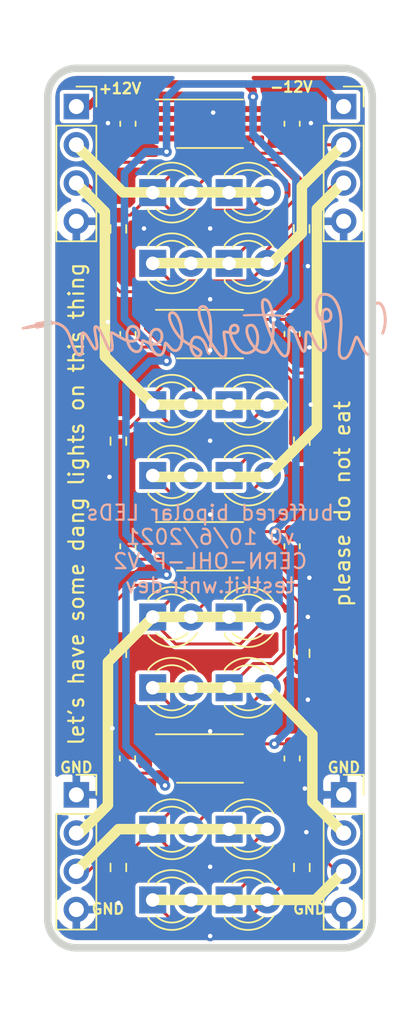
<source format=kicad_pcb>
(kicad_pcb (version 20171130) (host pcbnew "(5.1.10-1-10_14)")
  (title_block (title "Project name") (date 2021-09-17) (rev v0) (company Winterbloom) (comment 1 "CERN OHL-P V2") (comment 2 project.wntr.dev))
  (layers (0 F.Cu signal) (31 B.Cu signal) (34 B.Paste user) (35 F.Paste user) (36 B.SilkS user) (37 F.SilkS user) (38 B.Mask user) (39 F.Mask user) (44 Edge.Cuts user))
  (net 0 "")
  (net 1 GND)
  (net 2 -12V)
  (net 3 +12V)
  (net 4 "Net-(D1-Pad2)")
  (net 5 "Net-(D1-Pad1)")
  (net 6 "Net-(D2-Pad2)")
  (net 7 "Net-(D2-Pad1)")
  (net 8 "Net-(D5-Pad2)")
  (net 9 "Net-(D5-Pad1)")
  (net 10 "Net-(D6-Pad2)")
  (net 11 "Net-(D6-Pad1)")
  (net 12 "Net-(D11-Pad1)")
  (net 13 "Net-(D11-Pad2)")
  (net 14 "Net-(D10-Pad2)")
  (net 15 "Net-(D10-Pad1)")
  (net 16 "Net-(D13-Pad2)")
  (net 17 "Net-(D13-Pad1)")
  (net 18 "Net-(D14-Pad2)")
  (net 19 "Net-(D14-Pad1)")
  (net 20 /IN7)
  (net 21 /IN5)
  (net 22 /IN3)
  (net 23 /IN1)
  (net 24 /IN8)
  (net 25 /IN6)
  (net 26 /IN4)
  (net 27 /IN2)
  (module winterbloom:Extra_Long_Wiggly_Boi_25mm (layer B.Cu) (at 110.1 116.2 180)
    (fp_text reference G*** hide)
    (fp_text value LOGO hide)
  )
  (module Connector_PinSocket_2.54mm:PinSocket_1x04_P2.54mm_Vertical (layer F.Cu) (at 119.38 147.32)
    (fp_text reference J6 hide)
    (fp_text value R2 hide)
    (pad 4 thru_hole oval (at 0 7.62) (size 1.7 1.7) (drill 1) (layers *.Cu *.Mask) (net 1 GND))
    (pad 3 thru_hole oval (at 0 5.08) (size 1.7 1.7) (drill 1) (layers *.Cu *.Mask) (net 24 /IN8))
    (pad 2 thru_hole oval (at 0 2.54) (size 1.7 1.7) (drill 1) (layers *.Cu *.Mask) (net 25 /IN6))
    (pad 1 thru_hole rect (at 0 0) (size 1.7 1.7) (drill 1) (layers *.Cu *.Mask) (net 1 GND))
  )
  (module Connector_PinSocket_2.54mm:PinSocket_1x04_P2.54mm_Vertical (layer F.Cu) (at 119.38 101.6)
    (fp_text reference J5 hide)
    (fp_text value R1 hide)
    (pad 4 thru_hole oval (at 0 7.62) (size 1.7 1.7) (drill 1) (layers *.Cu *.Mask) (net 1 GND))
    (pad 3 thru_hole oval (at 0 5.08) (size 1.7 1.7) (drill 1) (layers *.Cu *.Mask) (net 26 /IN4))
    (pad 2 thru_hole oval (at 0 2.54) (size 1.7 1.7) (drill 1) (layers *.Cu *.Mask) (net 27 /IN2))
    (pad 1 thru_hole rect (at 0 0) (size 1.7 1.7) (drill 1) (layers *.Cu *.Mask) (net 2 -12V))
  )
  (module Connector_PinSocket_2.54mm:PinSocket_1x04_P2.54mm_Vertical (layer F.Cu) (at 101.6 147.32)
    (fp_text reference J4 hide)
    (fp_text value L2 hide)
    (pad 4 thru_hole oval (at 0 7.62) (size 1.7 1.7) (drill 1) (layers *.Cu *.Mask) (net 1 GND))
    (pad 3 thru_hole oval (at 0 5.08) (size 1.7 1.7) (drill 1) (layers *.Cu *.Mask) (net 20 /IN7))
    (pad 2 thru_hole oval (at 0 2.54) (size 1.7 1.7) (drill 1) (layers *.Cu *.Mask) (net 21 /IN5))
    (pad 1 thru_hole rect (at 0 0) (size 1.7 1.7) (drill 1) (layers *.Cu *.Mask) (net 1 GND))
  )
  (module Connector_PinSocket_2.54mm:PinSocket_1x04_P2.54mm_Vertical (layer F.Cu) (at 101.6 101.6)
    (fp_text reference J3 hide)
    (fp_text value L1 hide)
    (pad 4 thru_hole oval (at 0 7.62) (size 1.7 1.7) (drill 1) (layers *.Cu *.Mask) (net 1 GND))
    (pad 3 thru_hole oval (at 0 5.08) (size 1.7 1.7) (drill 1) (layers *.Cu *.Mask) (net 22 /IN3))
    (pad 2 thru_hole oval (at 0 2.54) (size 1.7 1.7) (drill 1) (layers *.Cu *.Mask) (net 23 /IN1))
    (pad 1 thru_hole rect (at 0 0) (size 1.7 1.7) (drill 1) (layers *.Cu *.Mask) (net 3 +12V))
  )
  (module Package_SO:TSSOP-8_4.4x3mm_P0.65mm (layer F.Cu) (at 110.49 144.907)
    (fp_text reference U4 hide)
    (fp_text value LM358 hide)
    (pad 8 smd roundrect (at 2.8625 -0.975) (size 1.475 0.4) (layers F.Cu F.Paste F.Mask) (net 3 +12V))
    (pad 7 smd roundrect (at 2.8625 -0.325) (size 1.475 0.4) (layers F.Cu F.Paste F.Mask) (net 18 "Net-(D14-Pad2)"))
    (pad 6 smd roundrect (at 2.8625 0.325) (size 1.475 0.4) (layers F.Cu F.Paste F.Mask) (net 19 "Net-(D14-Pad1)"))
    (pad 5 smd roundrect (at 2.8625 0.975) (size 1.475 0.4) (layers F.Cu F.Paste F.Mask) (net 24 /IN8))
    (pad 4 smd roundrect (at -2.8625 0.975) (size 1.475 0.4) (layers F.Cu F.Paste F.Mask) (net 2 -12V))
    (pad 3 smd roundrect (at -2.8625 0.325) (size 1.475 0.4) (layers F.Cu F.Paste F.Mask) (net 20 /IN7))
    (pad 2 smd roundrect (at -2.8625 -0.325) (size 1.475 0.4) (layers F.Cu F.Paste F.Mask) (net 17 "Net-(D13-Pad1)"))
    (pad 1 smd roundrect (at -2.8625 -0.975) (size 1.475 0.4) (layers F.Cu F.Paste F.Mask) (net 16 "Net-(D13-Pad2)"))
  )
  (module Package_SO:TSSOP-8_4.4x3mm_P0.65mm (layer F.Cu) (at 110.49 130.81)
    (fp_text reference U3 hide)
    (fp_text value LM358 hide)
    (pad 8 smd roundrect (at 2.8625 -0.975) (size 1.475 0.4) (layers F.Cu F.Paste F.Mask) (net 3 +12V))
    (pad 7 smd roundrect (at 2.8625 -0.325) (size 1.475 0.4) (layers F.Cu F.Paste F.Mask) (net 14 "Net-(D10-Pad2)"))
    (pad 6 smd roundrect (at 2.8625 0.325) (size 1.475 0.4) (layers F.Cu F.Paste F.Mask) (net 15 "Net-(D10-Pad1)"))
    (pad 5 smd roundrect (at 2.8625 0.975) (size 1.475 0.4) (layers F.Cu F.Paste F.Mask) (net 25 /IN6))
    (pad 4 smd roundrect (at -2.8625 0.975) (size 1.475 0.4) (layers F.Cu F.Paste F.Mask) (net 2 -12V))
    (pad 3 smd roundrect (at -2.8625 0.325) (size 1.475 0.4) (layers F.Cu F.Paste F.Mask) (net 21 /IN5))
    (pad 2 smd roundrect (at -2.8625 -0.325) (size 1.475 0.4) (layers F.Cu F.Paste F.Mask) (net 13 "Net-(D11-Pad2)"))
    (pad 1 smd roundrect (at -2.8625 -0.975) (size 1.475 0.4) (layers F.Cu F.Paste F.Mask) (net 12 "Net-(D11-Pad1)"))
  )
  (module Package_SO:TSSOP-8_4.4x3mm_P0.65mm (layer F.Cu) (at 110.49 116.713)
    (fp_text reference U2 hide)
    (fp_text value LM358 hide)
    (pad 8 smd roundrect (at 2.8625 -0.975) (size 1.475 0.4) (layers F.Cu F.Paste F.Mask) (net 3 +12V))
    (pad 7 smd roundrect (at 2.8625 -0.325) (size 1.475 0.4) (layers F.Cu F.Paste F.Mask) (net 10 "Net-(D6-Pad2)"))
    (pad 6 smd roundrect (at 2.8625 0.325) (size 1.475 0.4) (layers F.Cu F.Paste F.Mask) (net 11 "Net-(D6-Pad1)"))
    (pad 5 smd roundrect (at 2.8625 0.975) (size 1.475 0.4) (layers F.Cu F.Paste F.Mask) (net 26 /IN4))
    (pad 4 smd roundrect (at -2.8625 0.975) (size 1.475 0.4) (layers F.Cu F.Paste F.Mask) (net 2 -12V))
    (pad 3 smd roundrect (at -2.8625 0.325) (size 1.475 0.4) (layers F.Cu F.Paste F.Mask) (net 22 /IN3))
    (pad 2 smd roundrect (at -2.8625 -0.325) (size 1.475 0.4) (layers F.Cu F.Paste F.Mask) (net 9 "Net-(D5-Pad1)"))
    (pad 1 smd roundrect (at -2.8625 -0.975) (size 1.475 0.4) (layers F.Cu F.Paste F.Mask) (net 8 "Net-(D5-Pad2)"))
  )
  (module Package_SO:TSSOP-8_4.4x3mm_P0.65mm (layer F.Cu) (at 110.49 102.743)
    (fp_text reference U1 hide)
    (fp_text value LM358 hide)
    (pad 8 smd roundrect (at 2.8625 -0.975) (size 1.475 0.4) (layers F.Cu F.Paste F.Mask) (net 3 +12V))
    (pad 7 smd roundrect (at 2.8625 -0.325) (size 1.475 0.4) (layers F.Cu F.Paste F.Mask) (net 6 "Net-(D2-Pad2)"))
    (pad 6 smd roundrect (at 2.8625 0.325) (size 1.475 0.4) (layers F.Cu F.Paste F.Mask) (net 7 "Net-(D2-Pad1)"))
    (pad 5 smd roundrect (at 2.8625 0.975) (size 1.475 0.4) (layers F.Cu F.Paste F.Mask) (net 27 /IN2))
    (pad 4 smd roundrect (at -2.8625 0.975) (size 1.475 0.4) (layers F.Cu F.Paste F.Mask) (net 2 -12V))
    (pad 3 smd roundrect (at -2.8625 0.325) (size 1.475 0.4) (layers F.Cu F.Paste F.Mask) (net 23 /IN1))
    (pad 2 smd roundrect (at -2.8625 -0.325) (size 1.475 0.4) (layers F.Cu F.Paste F.Mask) (net 5 "Net-(D1-Pad1)"))
    (pad 1 smd roundrect (at -2.8625 -0.975) (size 1.475 0.4) (layers F.Cu F.Paste F.Mask) (net 4 "Net-(D1-Pad2)"))
  )
  (module Resistor_SMD:R_0603_1608Metric_Pad0.98x0.95mm_HandSolder (layer F.Cu) (at 116.6 152.146 90)
    (fp_text reference R8 hide)
    (fp_text value 1k hide)
    (pad 2 smd roundrect (at 0.9125 0 90) (size 0.975 0.95) (layers F.Cu F.Paste F.Mask) (net 1 GND))
    (pad 1 smd roundrect (at -0.9125 0 90) (size 0.975 0.95) (layers F.Cu F.Paste F.Mask) (net 19 "Net-(D14-Pad1)"))
  )
  (module Resistor_SMD:R_0603_1608Metric_Pad0.98x0.95mm_HandSolder (layer F.Cu) (at 104.394 152.146 270)
    (fp_text reference R7 hide)
    (fp_text value 1k hide)
    (pad 2 smd roundrect (at 0.9125 0 270) (size 0.975 0.95) (layers F.Cu F.Paste F.Mask) (net 1 GND))
    (pad 1 smd roundrect (at -0.9125 0 270) (size 0.975 0.95) (layers F.Cu F.Paste F.Mask) (net 17 "Net-(D13-Pad1)"))
  )
  (module Resistor_SMD:R_0603_1608Metric_Pad0.98x0.95mm_HandSolder (layer F.Cu) (at 116.586 137.922 90)
    (fp_text reference R6 hide)
    (fp_text value 1k hide)
    (pad 2 smd roundrect (at 0.9125 0 90) (size 0.975 0.95) (layers F.Cu F.Paste F.Mask) (net 1 GND))
    (pad 1 smd roundrect (at -0.9125 0 90) (size 0.975 0.95) (layers F.Cu F.Paste F.Mask) (net 15 "Net-(D10-Pad1)"))
  )
  (module Resistor_SMD:R_0603_1608Metric_Pad0.98x0.95mm_HandSolder (layer F.Cu) (at 104.394 137.922 270)
    (fp_text reference R5 hide)
    (fp_text value 1k hide)
    (pad 2 smd roundrect (at 0.9125 0 270) (size 0.975 0.95) (layers F.Cu F.Paste F.Mask) (net 1 GND))
    (pad 1 smd roundrect (at -0.9125 0 270) (size 0.975 0.95) (layers F.Cu F.Paste F.Mask) (net 13 "Net-(D11-Pad2)"))
  )
  (module Resistor_SMD:R_0603_1608Metric_Pad0.98x0.95mm_HandSolder (layer F.Cu) (at 116.6 123.825 90)
    (fp_text reference R4 hide)
    (fp_text value 1k hide)
    (pad 2 smd roundrect (at 0.9125 0 90) (size 0.975 0.95) (layers F.Cu F.Paste F.Mask) (net 1 GND))
    (pad 1 smd roundrect (at -0.9125 0 90) (size 0.975 0.95) (layers F.Cu F.Paste F.Mask) (net 11 "Net-(D6-Pad1)"))
  )
  (module Resistor_SMD:R_0603_1608Metric_Pad0.98x0.95mm_HandSolder (layer F.Cu) (at 104.394 123.825 270)
    (fp_text reference R3 hide)
    (fp_text value 1k hide)
    (pad 2 smd roundrect (at 0.9125 0 270) (size 0.975 0.95) (layers F.Cu F.Paste F.Mask) (net 1 GND))
    (pad 1 smd roundrect (at -0.9125 0 270) (size 0.975 0.95) (layers F.Cu F.Paste F.Mask) (net 9 "Net-(D5-Pad1)"))
  )
  (module Resistor_SMD:R_0603_1608Metric_Pad0.98x0.95mm_HandSolder (layer F.Cu) (at 116.586 109.728 270)
    (fp_text reference R2 hide)
    (fp_text value 1k hide)
    (pad 2 smd roundrect (at 0.9125 0 270) (size 0.975 0.95) (layers F.Cu F.Paste F.Mask) (net 1 GND))
    (pad 1 smd roundrect (at -0.9125 0 270) (size 0.975 0.95) (layers F.Cu F.Paste F.Mask) (net 7 "Net-(D2-Pad1)"))
  )
  (module Resistor_SMD:R_0603_1608Metric_Pad0.98x0.95mm_HandSolder (layer F.Cu) (at 104.394 109.728 270)
    (fp_text reference R1 hide)
    (fp_text value 1k hide)
    (pad 2 smd roundrect (at 0.9125 0 270) (size 0.975 0.95) (layers F.Cu F.Paste F.Mask) (net 1 GND))
    (pad 1 smd roundrect (at -0.9125 0 270) (size 0.975 0.95) (layers F.Cu F.Paste F.Mask) (net 5 "Net-(D1-Pad1)"))
  )
  (module LED_THT:LED_D3.0mm (layer F.Cu) (at 111.76 154.305)
    (fp_text reference D16 hide)
    (fp_text value NEG hide)
    (pad 2 thru_hole circle (at 2.54 0) (size 1.8 1.8) (drill 0.9) (layers *.Cu *.Mask) (net 19 "Net-(D14-Pad1)"))
    (pad 1 thru_hole rect (at 0 0) (size 1.8 1.8) (drill 0.9) (layers *.Cu *.Mask) (net 18 "Net-(D14-Pad2)"))
  )
  (module LED_THT:LED_D3.0mm (layer F.Cu) (at 111.76 149.606)
    (fp_text reference D15 hide)
    (fp_text value NEG hide)
    (pad 2 thru_hole circle (at 2.54 0) (size 1.8 1.8) (drill 0.9) (layers *.Cu *.Mask) (net 17 "Net-(D13-Pad1)"))
    (pad 1 thru_hole rect (at 0 0) (size 1.8 1.8) (drill 0.9) (layers *.Cu *.Mask) (net 16 "Net-(D13-Pad2)"))
  )
  (module LED_THT:LED_D3.0mm (layer F.Cu) (at 106.68 154.305)
    (fp_text reference D14 hide)
    (fp_text value POS hide)
    (pad 2 thru_hole circle (at 2.54 0) (size 1.8 1.8) (drill 0.9) (layers *.Cu *.Mask) (net 18 "Net-(D14-Pad2)"))
    (pad 1 thru_hole rect (at 0 0) (size 1.8 1.8) (drill 0.9) (layers *.Cu *.Mask) (net 19 "Net-(D14-Pad1)"))
  )
  (module LED_THT:LED_D3.0mm (layer F.Cu) (at 106.68 149.606)
    (fp_text reference D13 hide)
    (fp_text value POS hide)
    (pad 2 thru_hole circle (at 2.54 0) (size 1.8 1.8) (drill 0.9) (layers *.Cu *.Mask) (net 16 "Net-(D13-Pad2)"))
    (pad 1 thru_hole rect (at 0 0) (size 1.8 1.8) (drill 0.9) (layers *.Cu *.Mask) (net 17 "Net-(D13-Pad1)"))
  )
  (module LED_THT:LED_D3.0mm (layer F.Cu) (at 111.76 140.208)
    (fp_text reference D12 hide)
    (fp_text value NEG hide)
    (pad 2 thru_hole circle (at 2.54 0) (size 1.8 1.8) (drill 0.9) (layers *.Cu *.Mask) (net 15 "Net-(D10-Pad1)"))
    (pad 1 thru_hole rect (at 0 0) (size 1.8 1.8) (drill 0.9) (layers *.Cu *.Mask) (net 14 "Net-(D10-Pad2)"))
  )
  (module LED_THT:LED_D3.0mm (layer F.Cu) (at 111.76 135.509)
    (fp_text reference D11 hide)
    (fp_text value NEG hide)
    (pad 2 thru_hole circle (at 2.54 0) (size 1.8 1.8) (drill 0.9) (layers *.Cu *.Mask) (net 13 "Net-(D11-Pad2)"))
    (pad 1 thru_hole rect (at 0 0) (size 1.8 1.8) (drill 0.9) (layers *.Cu *.Mask) (net 12 "Net-(D11-Pad1)"))
  )
  (module LED_THT:LED_D3.0mm (layer F.Cu) (at 106.68 140.208)
    (fp_text reference D10 hide)
    (fp_text value POS hide)
    (pad 2 thru_hole circle (at 2.54 0) (size 1.8 1.8) (drill 0.9) (layers *.Cu *.Mask) (net 14 "Net-(D10-Pad2)"))
    (pad 1 thru_hole rect (at 0 0) (size 1.8 1.8) (drill 0.9) (layers *.Cu *.Mask) (net 15 "Net-(D10-Pad1)"))
  )
  (module LED_THT:LED_D3.0mm (layer F.Cu) (at 106.68 135.509)
    (fp_text reference D9 hide)
    (fp_text value POS hide)
    (pad 2 thru_hole circle (at 2.54 0) (size 1.8 1.8) (drill 0.9) (layers *.Cu *.Mask) (net 12 "Net-(D11-Pad1)"))
    (pad 1 thru_hole rect (at 0 0) (size 1.8 1.8) (drill 0.9) (layers *.Cu *.Mask) (net 13 "Net-(D11-Pad2)"))
  )
  (module LED_THT:LED_D3.0mm (layer F.Cu) (at 111.76 126.111)
    (fp_text reference D8 hide)
    (fp_text value NEG hide)
    (pad 2 thru_hole circle (at 2.54 0) (size 1.8 1.8) (drill 0.9) (layers *.Cu *.Mask) (net 11 "Net-(D6-Pad1)"))
    (pad 1 thru_hole rect (at 0 0) (size 1.8 1.8) (drill 0.9) (layers *.Cu *.Mask) (net 10 "Net-(D6-Pad2)"))
  )
  (module LED_THT:LED_D3.0mm (layer F.Cu) (at 111.76 121.412)
    (fp_text reference D7 hide)
    (fp_text value NEG hide)
    (pad 2 thru_hole circle (at 2.54 0) (size 1.8 1.8) (drill 0.9) (layers *.Cu *.Mask) (net 9 "Net-(D5-Pad1)"))
    (pad 1 thru_hole rect (at 0 0) (size 1.8 1.8) (drill 0.9) (layers *.Cu *.Mask) (net 8 "Net-(D5-Pad2)"))
  )
  (module LED_THT:LED_D3.0mm (layer F.Cu) (at 106.68 126.111)
    (fp_text reference D6 hide)
    (fp_text value POS hide)
    (pad 2 thru_hole circle (at 2.54 0) (size 1.8 1.8) (drill 0.9) (layers *.Cu *.Mask) (net 10 "Net-(D6-Pad2)"))
    (pad 1 thru_hole rect (at 0 0) (size 1.8 1.8) (drill 0.9) (layers *.Cu *.Mask) (net 11 "Net-(D6-Pad1)"))
  )
  (module LED_THT:LED_D3.0mm (layer F.Cu) (at 106.68 121.412)
    (fp_text reference D5 hide)
    (fp_text value POS hide)
    (pad 2 thru_hole circle (at 2.54 0) (size 1.8 1.8) (drill 0.9) (layers *.Cu *.Mask) (net 8 "Net-(D5-Pad2)"))
    (pad 1 thru_hole rect (at 0 0) (size 1.8 1.8) (drill 0.9) (layers *.Cu *.Mask) (net 9 "Net-(D5-Pad1)"))
  )
  (module LED_THT:LED_D3.0mm (layer F.Cu) (at 111.76 112.014)
    (fp_text reference D4 hide)
    (fp_text value NEG hide)
    (pad 2 thru_hole circle (at 2.54 0) (size 1.8 1.8) (drill 0.9) (layers *.Cu *.Mask) (net 7 "Net-(D2-Pad1)"))
    (pad 1 thru_hole rect (at 0 0) (size 1.8 1.8) (drill 0.9) (layers *.Cu *.Mask) (net 6 "Net-(D2-Pad2)"))
  )
  (module LED_THT:LED_D3.0mm (layer F.Cu) (at 111.76 107.315)
    (fp_text reference D3 hide)
    (fp_text value NEG hide)
    (pad 2 thru_hole circle (at 2.54 0) (size 1.8 1.8) (drill 0.9) (layers *.Cu *.Mask) (net 5 "Net-(D1-Pad1)"))
    (pad 1 thru_hole rect (at 0 0) (size 1.8 1.8) (drill 0.9) (layers *.Cu *.Mask) (net 4 "Net-(D1-Pad2)"))
  )
  (module LED_THT:LED_D3.0mm (layer F.Cu) (at 106.68 112.014)
    (fp_text reference D2 hide)
    (fp_text value POS hide)
    (pad 2 thru_hole circle (at 2.54 0) (size 1.8 1.8) (drill 0.9) (layers *.Cu *.Mask) (net 6 "Net-(D2-Pad2)"))
    (pad 1 thru_hole rect (at 0 0) (size 1.8 1.8) (drill 0.9) (layers *.Cu *.Mask) (net 7 "Net-(D2-Pad1)"))
  )
  (module LED_THT:LED_D3.0mm (layer F.Cu) (at 106.68 107.315)
    (fp_text reference D1 hide)
    (fp_text value POS hide)
    (pad 2 thru_hole circle (at 2.54 0) (size 1.8 1.8) (drill 0.9) (layers *.Cu *.Mask) (net 4 "Net-(D1-Pad2)"))
    (pad 1 thru_hole rect (at 0 0) (size 1.8 1.8) (drill 0.9) (layers *.Cu *.Mask) (net 5 "Net-(D1-Pad1)"))
  )
  (module Capacitor_SMD:C_0603_1608Metric_Pad1.08x0.95mm_HandSolder (layer F.Cu) (at 115.951 130.81 270)
    (fp_text reference C8 hide)
    (fp_text value 0.1uF hide)
    (pad 2 smd roundrect (at 0.8625 0 270) (size 1.075 0.95) (layers F.Cu F.Paste F.Mask) (net 1 GND))
    (pad 1 smd roundrect (at -0.8625 0 270) (size 1.075 0.95) (layers F.Cu F.Paste F.Mask) (net 3 +12V))
  )
  (module Capacitor_SMD:C_0603_1608Metric_Pad1.08x0.95mm_HandSolder (layer F.Cu) (at 115.951 144.907 270)
    (fp_text reference C7 hide)
    (fp_text value 0.1uF hide)
    (pad 2 smd roundrect (at 0.8625 0 270) (size 1.075 0.95) (layers F.Cu F.Paste F.Mask) (net 1 GND))
    (pad 1 smd roundrect (at -0.8625 0 270) (size 1.075 0.95) (layers F.Cu F.Paste F.Mask) (net 3 +12V))
  )
  (module Capacitor_SMD:C_0603_1608Metric_Pad1.08x0.95mm_HandSolder (layer F.Cu) (at 105.029 130.81 90)
    (fp_text reference C6 hide)
    (fp_text value 0.1uF hide)
    (pad 2 smd roundrect (at 0.8625 0 90) (size 1.075 0.95) (layers F.Cu F.Paste F.Mask) (net 1 GND))
    (pad 1 smd roundrect (at -0.8625 0 90) (size 1.075 0.95) (layers F.Cu F.Paste F.Mask) (net 2 -12V))
  )
  (module Capacitor_SMD:C_0603_1608Metric_Pad1.08x0.95mm_HandSolder (layer F.Cu) (at 105 144.9 90)
    (fp_text reference C5 hide)
    (fp_text value 0.1uF hide)
    (pad 2 smd roundrect (at 0.8625 0 90) (size 1.075 0.95) (layers F.Cu F.Paste F.Mask) (net 1 GND))
    (pad 1 smd roundrect (at -0.8625 0 90) (size 1.075 0.95) (layers F.Cu F.Paste F.Mask) (net 2 -12V))
  )
  (module Capacitor_SMD:C_0603_1608Metric_Pad1.08x0.95mm_HandSolder (layer F.Cu) (at 115.951 116.713 270)
    (fp_text reference C4 hide)
    (fp_text value 0.1uF hide)
    (pad 2 smd roundrect (at 0.8625 0 270) (size 1.075 0.95) (layers F.Cu F.Paste F.Mask) (net 1 GND))
    (pad 1 smd roundrect (at -0.8625 0 270) (size 1.075 0.95) (layers F.Cu F.Paste F.Mask) (net 3 +12V))
  )
  (module Capacitor_SMD:C_0603_1608Metric_Pad1.08x0.95mm_HandSolder (layer F.Cu) (at 105.029 116.713 90)
    (fp_text reference C3 hide)
    (fp_text value 0.1uF hide)
    (pad 2 smd roundrect (at 0.8625 0 90) (size 1.075 0.95) (layers F.Cu F.Paste F.Mask) (net 1 GND))
    (pad 1 smd roundrect (at -0.8625 0 90) (size 1.075 0.95) (layers F.Cu F.Paste F.Mask) (net 2 -12V))
  )
  (module Capacitor_SMD:C_0603_1608Metric_Pad1.08x0.95mm_HandSolder (layer F.Cu) (at 115.951 102.743 270)
    (fp_text reference C2 hide)
    (fp_text value 0.1uF hide)
    (pad 2 smd roundrect (at 0.8625 0 270) (size 1.075 0.95) (layers F.Cu F.Paste F.Mask) (net 1 GND))
    (pad 1 smd roundrect (at -0.8625 0 270) (size 1.075 0.95) (layers F.Cu F.Paste F.Mask) (net 3 +12V))
  )
  (module Capacitor_SMD:C_0603_1608Metric_Pad1.08x0.95mm_HandSolder (layer F.Cu) (at 105.029 102.743 90)
    (fp_text reference C1 hide)
    (fp_text value 0.1uF hide)
    (pad 2 smd roundrect (at 0.8625 0 90) (size 1.075 0.95) (layers F.Cu F.Paste F.Mask) (net 1 GND))
    (pad 1 smd roundrect (at -0.8625 0 90) (size 1.075 0.95) (layers F.Cu F.Paste F.Mask) (net 2 -12V))
  )
  (gr_text "buffered bipolar LEDs\nv0 10/6/2021\nCERN-OHL-P V2\ntestkit.wntr.dev\n" (at 110.5 131) (layer B.SilkS) (effects (font (size 1 1)) (justify mirror)))
  (gr_text "please do not eat" (at 119.3 128 90) (layer F.SilkS) (effects (font (size 1 1))))
  (gr_text "let's have some dang lights on this thing" (at 101.6 128 90) (layer F.SilkS) (effects (font (size 1 1))))
  (gr_text -12V (at 115.9 100.3) (layer F.SilkS) (effects (font (size 0.7 0.7))))
  (gr_text +12V (at 104.5 100.4) (layer F.SilkS) (effects (font (size 0.7 0.7))))
  (gr_text GND (at 117.1 154.9) (layer F.SilkS) (effects (font (size 0.7 0.7))))
  (gr_text GND (at 103.7 154.9) (layer F.SilkS) (effects (font (size 0.7 0.7))))
  (gr_text GND (at 119.4 145.5) (layer F.SilkS) (effects (font (size 0.7 0.7))))
  (gr_text GND (at 101.6 145.5) (layer F.SilkS) (effects (font (size 0.7 0.7))))
  (gr_line (start 103.7 148) (end 101.8 149.9) (layer F.SilkS) (width 0.7))
  (gr_line (start 103.7 138.5) (end 103.7 148) (layer F.SilkS) (width 0.7))
  (gr_line (start 106.7 135.5) (end 103.7 138.5) (layer F.SilkS) (width 0.7))
  (gr_line (start 117.3 143.3) (end 114.3 140.2) (layer F.SilkS) (width 0.7))
  (gr_line (start 117.3 147.8) (end 117.3 143.3) (layer F.SilkS) (width 0.7))
  (gr_line (start 119.4 149.9) (end 117.3 147.8) (layer F.SilkS) (width 0.7))
  (gr_line (start 106.7 135.5) (end 114.3 135.5) (layer F.SilkS) (width 0.7))
  (gr_line (start 106.7 140.2) (end 114.3 140.2) (layer F.SilkS) (width 0.7))
  (gr_line (start 101.6 152.4) (end 104.4 149.6) (layer F.SilkS) (width 0.7))
  (gr_line (start 114.3 149.6) (end 104.4 149.6) (layer F.SilkS) (width 0.7))
  (gr_line (start 117.5 154.3) (end 114.2 154.3) (layer F.SilkS) (width 0.7))
  (gr_line (start 119.4 152.4) (end 117.5 154.3) (layer F.SilkS) (width 0.7))
  (gr_line (start 106.7 154.3) (end 114.3 154.3) (layer F.SilkS) (width 0.7))
  (gr_line (start 103.5 118.2) (end 103.5 108.6) (layer F.SilkS) (width 0.7))
  (gr_line (start 106.7 121.4) (end 103.5 118.2) (layer F.SilkS) (width 0.7))
  (gr_line (start 114.3 126.2) (end 106.7 126.2) (layer F.SilkS) (width 0.7))
  (gr_line (start 117.6 122.9) (end 114.3 126.2) (layer F.SilkS) (width 0.7))
  (gr_line (start 117.6 108.4) (end 117.6 122.9) (layer F.SilkS) (width 0.7))
  (gr_line (start 119.3 106.7) (end 117.6 108.4) (layer F.SilkS) (width 0.7))
  (gr_line (start 114.6 112) (end 106.7 112) (layer F.SilkS) (width 0.7))
  (gr_line (start 116.6 110) (end 114.6 112) (layer F.SilkS) (width 0.7))
  (gr_line (start 116.6 106.9) (end 116.6 110) (layer F.SilkS) (width 0.7))
  (gr_line (start 119.4 104.1) (end 116.6 106.9) (layer F.SilkS) (width 0.7))
  (gr_line (start 106.7 121.4) (end 115.3 121.4) (layer F.SilkS) (width 0.7))
  (gr_line (start 101.6 106.7) (end 103.5 108.6) (layer F.SilkS) (width 0.7))
  (gr_line (start 104.7 107.3) (end 114.4 107.3) (layer F.SilkS) (width 0.7))
  (gr_line (start 101.6 104.2) (end 104.7 107.3) (layer F.SilkS) (width 0.7))
  (gr_arc (start 101.6 155.575) (end 99.695 155.575) (angle -90) (layer Edge.Cuts) (width 0.5))
  (gr_arc (start 119.38 155.575) (end 119.38 157.48) (angle -90) (layer Edge.Cuts) (width 0.5))
  (gr_arc (start 119.38 100.965) (end 121.285 100.965) (angle -90) (layer Edge.Cuts) (width 0.5))
  (gr_arc (start 101.6 100.965) (end 101.6 99.06) (angle -90) (layer Edge.Cuts) (width 0.5))
  (gr_line (start 99.695 155.575) (end 99.695 100.965) (layer Edge.Cuts) (width 0.5))
  (gr_line (start 119.38 157.48) (end 101.6 157.48) (layer Edge.Cuts) (width 0.5))
  (gr_line (start 121.285 100.965) (end 121.285 155.575) (layer Edge.Cuts) (width 0.5))
  (gr_line (start 101.6 99.06) (end 119.38 99.06) (layer Edge.Cuts) (width 0.5))
  (via (at 106.1 109.7) (size 0.7) (drill 0.3) (layers F.Cu B.Cu) (net 1))
  (via (at 110.5 109.7) (size 0.7) (drill 0.3) (layers F.Cu B.Cu) (net 1))
  (via (at 117 112.2) (size 0.7) (drill 0.3) (layers F.Cu B.Cu) (net 1))
  (via (at 110.5 114.4) (size 0.7) (drill 0.3) (layers F.Cu B.Cu) (net 1))
  (via (at 110.5 117.8) (size 0.7) (drill 0.3) (layers F.Cu B.Cu) (net 1))
  (via (at 103.7 115.9) (size 0.7) (drill 0.3) (layers F.Cu B.Cu) (net 1))
  (via (at 117.1 117.6) (size 0.7) (drill 0.3) (layers F.Cu B.Cu) (net 1))
  (via (at 110.5 123.8) (size 0.7) (drill 0.3) (layers F.Cu B.Cu) (net 1))
  (via (at 117.2 121.4) (size 0.7) (drill 0.3) (layers F.Cu B.Cu) (net 1))
  (via (at 103.8 126.2) (size 0.7) (drill 0.3) (layers F.Cu B.Cu) (net 1))
  (via (at 110.5 128.7) (size 0.7) (drill 0.3) (layers F.Cu B.Cu) (net 1))
  (via (at 117.1 132.9) (size 0.7) (drill 0.3) (layers F.Cu B.Cu) (net 1))
  (via (at 117 135.5) (size 0.7) (drill 0.3) (layers F.Cu B.Cu) (net 1))
  (via (at 117 141) (size 0.7) (drill 0.3) (layers F.Cu B.Cu) (net 1))
  (via (at 116.8 146.9) (size 0.7) (drill 0.3) (layers F.Cu B.Cu) (net 1))
  (via (at 104 142.9) (size 0.7) (drill 0.3) (layers F.Cu B.Cu) (net 1))
  (via (at 110.5 143.1) (size 0.7) (drill 0.3) (layers F.Cu B.Cu) (net 1))
  (via (at 110.5 152.1) (size 0.7) (drill 0.3) (layers F.Cu B.Cu) (net 1))
  (via (at 110.5 156.7) (size 0.7) (drill 0.3) (layers F.Cu B.Cu) (net 1))
  (via (at 104.4 154.5) (size 0.7) (drill 0.3) (layers F.Cu B.Cu) (net 1))
  (via (at 116.9 149.8) (size 0.7) (drill 0.3) (layers F.Cu B.Cu) (net 1))
  (via (at 103.7 102.7) (size 0.7) (drill 0.3) (layers F.Cu B.Cu) (net 1))
  (via (at 110.7 102) (size 0.7) (drill 0.3) (layers F.Cu B.Cu) (net 1))
  (via (at 117.2 102.7) (size 0.7) (drill 0.3) (layers F.Cu B.Cu) (net 1))
  (segment (start 107.515 103.6055) (end 107.6275 103.718) (width 0.2) (layer F.Cu) (net 2))
  (segment (start 105.029 103.6055) (end 107.515 103.6055) (width 0.2) (layer F.Cu) (net 2))
  (segment (start 107.515 117.5755) (end 107.6275 117.688) (width 0.2) (layer F.Cu) (net 2))
  (segment (start 105.029 117.5755) (end 107.515 117.5755) (width 0.2) (layer F.Cu) (net 2))
  (segment (start 107.515 131.6725) (end 107.6275 131.785) (width 0.2) (layer F.Cu) (net 2))
  (segment (start 105.029 131.6725) (end 107.515 131.6725) (width 0.2) (layer F.Cu) (net 2))
  (segment (start 105.1195 145.882) (end 105 145.7625) (width 0.2) (layer F.Cu) (net 2))
  (segment (start 107.6275 145.882) (end 105.1195 145.882) (width 0.2) (layer F.Cu) (net 2))
  (segment (start 119.38 101.6) (end 119.3 101.6) (width 0.5) (layer B.Cu) (net 2))
  (segment (start 119.3 101.6) (end 117.8 100.1) (width 0.5) (layer B.Cu) (net 2))
  (segment (start 117.8 100.1) (end 108.5 100.1) (width 0.5) (layer B.Cu) (net 2))
  (via (at 107.6 104.6) (size 0.7) (drill 0.3) (layers F.Cu B.Cu) (net 2))
  (segment (start 107.6 101) (end 107.6 104.6) (width 0.5) (layer B.Cu) (net 2))
  (segment (start 108.5 100.1) (end 107.6 101) (width 0.5) (layer B.Cu) (net 2))
  (segment (start 107.6 103.7455) (end 107.6275 103.718) (width 0.5) (layer F.Cu) (net 2))
  (segment (start 107.6 104.6) (end 107.6 103.7455) (width 0.5) (layer F.Cu) (net 2))
  (via (at 107.6 118.5) (size 0.7) (drill 0.3) (layers F.Cu B.Cu) (net 2))
  (segment (start 107.6 117.7155) (end 107.6275 117.688) (width 0.5) (layer F.Cu) (net 2))
  (segment (start 107.6 118.5) (end 107.6 117.7155) (width 0.5) (layer F.Cu) (net 2))
  (segment (start 107.6 118.5) (end 106.5 118.5) (width 0.5) (layer B.Cu) (net 2))
  (segment (start 106.5 118.5) (end 104.9 120.1) (width 0.5) (layer B.Cu) (net 2))
  (via (at 107.6 132.7) (size 0.7) (drill 0.3) (layers F.Cu B.Cu) (net 2))
  (segment (start 104.9 130) (end 107.6 132.7) (width 0.5) (layer B.Cu) (net 2))
  (segment (start 104.9 120.1) (end 104.9 130) (width 0.5) (layer B.Cu) (net 2))
  (segment (start 107.6 131.8125) (end 107.6275 131.785) (width 0.5) (layer F.Cu) (net 2))
  (segment (start 107.6 132.7) (end 107.6 131.8125) (width 0.5) (layer F.Cu) (net 2))
  (segment (start 107.6 132.7) (end 105.7 132.7) (width 0.5) (layer B.Cu) (net 2))
  (segment (start 105.7 132.7) (end 104.9 133.5) (width 0.5) (layer B.Cu) (net 2))
  (via (at 107.5 146.7) (size 0.7) (drill 0.3) (layers F.Cu B.Cu) (net 2))
  (segment (start 104.9 144.1) (end 107.5 146.7) (width 0.5) (layer B.Cu) (net 2))
  (segment (start 104.9 133.5) (end 104.9 144.1) (width 0.5) (layer B.Cu) (net 2))
  (segment (start 107.5 146.0095) (end 107.6275 145.882) (width 0.5) (layer F.Cu) (net 2))
  (segment (start 107.5 146.7) (end 107.5 146.0095) (width 0.5) (layer F.Cu) (net 2))
  (segment (start 104.8 115.7) (end 107.6 118.5) (width 0.5) (layer B.Cu) (net 2))
  (segment (start 104.8 106) (end 104.8 115.7) (width 0.5) (layer B.Cu) (net 2))
  (segment (start 106.2 104.6) (end 104.8 106) (width 0.5) (layer B.Cu) (net 2))
  (segment (start 107.6 104.6) (end 106.2 104.6) (width 0.5) (layer B.Cu) (net 2))
  (segment (start 115.8385 101.768) (end 115.951 101.8805) (width 0.2) (layer F.Cu) (net 3))
  (segment (start 113.3525 101.768) (end 115.8385 101.768) (width 0.2) (layer F.Cu) (net 3))
  (segment (start 115.8385 115.738) (end 115.951 115.8505) (width 0.2) (layer F.Cu) (net 3))
  (segment (start 115.8385 129.835) (end 115.951 129.9475) (width 0.2) (layer F.Cu) (net 3))
  (segment (start 115.8385 143.932) (end 115.951 144.0445) (width 0.2) (layer F.Cu) (net 3))
  (segment (start 113.3525 100.5525) (end 113.3525 100.9475) (width 0.5) (layer F.Cu) (net 3))
  (segment (start 103.9 100.1) (end 112.9 100.1) (width 0.5) (layer F.Cu) (net 3))
  (segment (start 112.9 100.1) (end 113.3525 100.5525) (width 0.5) (layer F.Cu) (net 3))
  (segment (start 102.4 101.6) (end 103.9 100.1) (width 0.5) (layer F.Cu) (net 3))
  (segment (start 101.6 101.6) (end 102.4 101.6) (width 0.5) (layer F.Cu) (net 3))
  (segment (start 113.3525 100.9475) (end 113.3525 101.768) (width 0.5) (layer F.Cu) (net 3))
  (via (at 113.3525 100.9475) (size 0.7) (drill 0.3) (layers F.Cu B.Cu) (net 3))
  (segment (start 113.3525 100.9475) (end 113.3525 103.4525) (width 0.5) (layer B.Cu) (net 3))
  (segment (start 113.3525 103.4525) (end 116.2 106.3) (width 0.5) (layer B.Cu) (net 3))
  (via (at 114.738 115.738) (size 0.7) (drill 0.3) (layers F.Cu B.Cu) (net 3))
  (segment (start 116.2 114.276) (end 114.738 115.738) (width 0.5) (layer B.Cu) (net 3))
  (segment (start 116.2 106.3) (end 116.2 114.276) (width 0.5) (layer B.Cu) (net 3))
  (segment (start 114.738 115.738) (end 115.8385 115.738) (width 0.2) (layer F.Cu) (net 3))
  (segment (start 113.3525 115.738) (end 114.738 115.738) (width 0.2) (layer F.Cu) (net 3))
  (segment (start 114.738 115.738) (end 116.2 117.2) (width 0.5) (layer B.Cu) (net 3))
  (segment (start 116.2 128.4) (end 114.765 129.835) (width 0.5) (layer B.Cu) (net 3))
  (segment (start 116.2 117.2) (end 116.2 128.4) (width 0.5) (layer B.Cu) (net 3))
  (segment (start 114.765 129.835) (end 115.8385 129.835) (width 0.2) (layer F.Cu) (net 3))
  (via (at 114.765 129.835) (size 0.7) (drill 0.3) (layers F.Cu B.Cu) (net 3))
  (segment (start 113.3525 129.835) (end 114.765 129.835) (width 0.2) (layer F.Cu) (net 3))
  (segment (start 114.765 129.835) (end 115.83 130.9) (width 0.5) (layer B.Cu) (net 3))
  (via (at 114.768 143.932) (size 0.7) (drill 0.3) (layers F.Cu B.Cu) (net 3))
  (segment (start 115.83 142.87) (end 114.768 143.932) (width 0.5) (layer B.Cu) (net 3))
  (segment (start 114.768 143.932) (end 115.8385 143.932) (width 0.2) (layer F.Cu) (net 3))
  (segment (start 115.83 130.9) (end 115.83 142.87) (width 0.5) (layer B.Cu) (net 3))
  (segment (start 113.3525 143.932) (end 114.768 143.932) (width 0.2) (layer F.Cu) (net 3))
  (segment (start 111.76 107.315) (end 109.22 107.315) (width 0.2) (layer F.Cu) (net 4))
  (segment (start 110.119999 106.415001) (end 110.119999 103.373451) (width 0.2) (layer F.Cu) (net 4))
  (segment (start 110.119999 103.373451) (end 108.514548 101.768) (width 0.2) (layer F.Cu) (net 4))
  (segment (start 109.22 107.315) (end 110.119999 106.415001) (width 0.2) (layer F.Cu) (net 4))
  (segment (start 108.514548 101.768) (end 107.6275 101.768) (width 0.2) (layer F.Cu) (net 4))
  (segment (start 107.850001 108.485001) (end 106.68 107.315) (width 0.2) (layer F.Cu) (net 5))
  (segment (start 113.129999 108.485001) (end 107.850001 108.485001) (width 0.2) (layer F.Cu) (net 5))
  (segment (start 114.3 107.315) (end 113.129999 108.485001) (width 0.2) (layer F.Cu) (net 5))
  (segment (start 105.1795 108.8155) (end 106.68 107.315) (width 0.2) (layer F.Cu) (net 5))
  (segment (start 104.394 108.8155) (end 105.1795 108.8155) (width 0.2) (layer F.Cu) (net 5))
  (segment (start 106.68 107.315) (end 106.708274 107.315) (width 0.2) (layer F.Cu) (net 5))
  (segment (start 106.708274 107.315) (end 109.370011 104.653263) (width 0.2) (layer F.Cu) (net 5))
  (segment (start 109.370011 104.653263) (end 109.370011 103.146737) (width 0.2) (layer F.Cu) (net 5))
  (segment (start 108.641274 102.418) (end 107.6275 102.418) (width 0.2) (layer F.Cu) (net 5))
  (segment (start 109.370011 103.146737) (end 108.641274 102.418) (width 0.2) (layer F.Cu) (net 5))
  (segment (start 109.22 112.014) (end 111.76 112.014) (width 0.2) (layer F.Cu) (net 6))
  (segment (start 113.3525 102.418) (end 112.482 102.418) (width 0.2) (layer F.Cu) (net 6))
  (segment (start 111.974979 102.925022) (end 111.974979 104.274979) (width 0.2) (layer F.Cu) (net 6))
  (segment (start 112.482 102.418) (end 111.974979 102.925022) (width 0.2) (layer F.Cu) (net 6))
  (segment (start 111.974979 104.274979) (end 113.2 105.5) (width 0.2) (layer F.Cu) (net 6))
  (segment (start 113.2 105.5) (end 115.1 105.5) (width 0.2) (layer F.Cu) (net 6))
  (segment (start 115.1 105.5) (end 116.2 106.6) (width 0.2) (layer F.Cu) (net 6))
  (segment (start 116.2 106.6) (end 116.2 107.7) (width 0.2) (layer F.Cu) (net 6))
  (segment (start 116.2 107.7) (end 115.6 108.3) (width 0.2) (layer F.Cu) (net 6))
  (segment (start 115.6 108.3) (end 115.6 109.1) (width 0.2) (layer F.Cu) (net 6))
  (segment (start 115.6 109.1) (end 114.2 110.5) (width 0.2) (layer F.Cu) (net 6))
  (segment (start 113.274 110.5) (end 111.76 112.014) (width 0.2) (layer F.Cu) (net 6))
  (segment (start 114.2 110.5) (end 113.274 110.5) (width 0.2) (layer F.Cu) (net 6))
  (segment (start 113.129999 113.184001) (end 114.3 112.014) (width 0.2) (layer F.Cu) (net 7))
  (segment (start 107.850001 113.184001) (end 113.129999 113.184001) (width 0.2) (layer F.Cu) (net 7))
  (segment (start 106.68 112.014) (end 107.850001 113.184001) (width 0.2) (layer F.Cu) (net 7))
  (segment (start 114.3 111.1015) (end 114.3 112.014) (width 0.2) (layer F.Cu) (net 7))
  (segment (start 116.586 108.8155) (end 114.3 111.1015) (width 0.2) (layer F.Cu) (net 7))
  (segment (start 113.3525 103.068) (end 112.432 103.068) (width 0.2) (layer F.Cu) (net 7))
  (segment (start 112.432 103.068) (end 112.34499 103.15501) (width 0.2) (layer F.Cu) (net 7))
  (segment (start 112.34499 103.15501) (end 112.34499 103.971266) (width 0.2) (layer F.Cu) (net 7))
  (segment (start 112.34499 103.971266) (end 113.503714 105.12999) (width 0.2) (layer F.Cu) (net 7))
  (segment (start 113.503714 105.12999) (end 115.253264 105.12999) (width 0.2) (layer F.Cu) (net 7))
  (segment (start 115.253264 105.12999) (end 116.586 106.462726) (width 0.2) (layer F.Cu) (net 7))
  (segment (start 116.586 106.462726) (end 116.586 108.8155) (width 0.2) (layer F.Cu) (net 7))
  (segment (start 107.6275 115.738) (end 108.338 115.738) (width 0.2) (layer F.Cu) (net 8))
  (segment (start 108.338 115.738) (end 109.4 116.8) (width 0.2) (layer F.Cu) (net 8))
  (segment (start 109.4 121.232) (end 109.22 121.412) (width 0.2) (layer F.Cu) (net 8))
  (segment (start 109.4 116.8) (end 109.4 121.232) (width 0.2) (layer F.Cu) (net 8))
  (segment (start 109.22 121.412) (end 111.76 121.412) (width 0.2) (layer F.Cu) (net 8))
  (segment (start 106.68 121.412) (end 106.68 120.82) (width 0.2) (layer F.Cu) (net 9))
  (segment (start 106.68 120.82) (end 109 118.5) (width 0.2) (layer F.Cu) (net 9))
  (segment (start 108.365 116.388) (end 107.6275 116.388) (width 0.2) (layer F.Cu) (net 9))
  (segment (start 109 117.023) (end 108.365 116.388) (width 0.2) (layer F.Cu) (net 9))
  (segment (start 109 118.5) (end 109 117.023) (width 0.2) (layer F.Cu) (net 9))
  (segment (start 108 122.9) (end 112.812 122.9) (width 0.2) (layer F.Cu) (net 9))
  (segment (start 112.812 122.9) (end 114.3 121.412) (width 0.2) (layer F.Cu) (net 9))
  (segment (start 106.68 121.58) (end 108 122.9) (width 0.2) (layer F.Cu) (net 9))
  (segment (start 106.68 121.412) (end 106.68 121.58) (width 0.2) (layer F.Cu) (net 9))
  (segment (start 105.1795 122.9125) (end 106.68 121.412) (width 0.2) (layer F.Cu) (net 9))
  (segment (start 104.394 122.9125) (end 105.1795 122.9125) (width 0.2) (layer F.Cu) (net 9))
  (segment (start 109.22 126.111) (end 111.76 126.111) (width 0.2) (layer F.Cu) (net 10))
  (segment (start 113.3525 116.388) (end 112.312 116.388) (width 0.2) (layer F.Cu) (net 10))
  (segment (start 112.312 116.388) (end 111.9 116.8) (width 0.2) (layer F.Cu) (net 10))
  (segment (start 111.9 116.8) (end 111.9 118.1) (width 0.2) (layer F.Cu) (net 10))
  (segment (start 111.9 118.1) (end 112.9 119.1) (width 0.2) (layer F.Cu) (net 10))
  (segment (start 112.9 119.1) (end 114.7 119.1) (width 0.2) (layer F.Cu) (net 10))
  (segment (start 114.7 119.1) (end 115.5 119.9) (width 0.2) (layer F.Cu) (net 10))
  (segment (start 115.5 119.9) (end 115.5 122.283996) (width 0.2) (layer F.Cu) (net 10))
  (segment (start 115.5 122.283996) (end 115.4 122.383996) (width 0.2) (layer F.Cu) (net 10))
  (segment (start 115.4 122.383996) (end 115.4 123.4) (width 0.2) (layer F.Cu) (net 10))
  (segment (start 115.4 123.4) (end 114.3 124.5) (width 0.2) (layer F.Cu) (net 10))
  (segment (start 113.371 124.5) (end 111.76 126.111) (width 0.2) (layer F.Cu) (net 10))
  (segment (start 114.3 124.5) (end 113.371 124.5) (width 0.2) (layer F.Cu) (net 10))
  (segment (start 106.68 126.111) (end 106.711 126.111) (width 0.2) (layer F.Cu) (net 11))
  (segment (start 106.711 126.111) (end 108.1 127.5) (width 0.2) (layer F.Cu) (net 11))
  (segment (start 112.911 127.5) (end 114.3 126.111) (width 0.2) (layer F.Cu) (net 11))
  (segment (start 108.1 127.5) (end 112.911 127.5) (width 0.2) (layer F.Cu) (net 11))
  (segment (start 115.6735 124.7375) (end 116.6 124.7375) (width 0.2) (layer F.Cu) (net 11))
  (segment (start 114.3 126.111) (end 115.6735 124.7375) (width 0.2) (layer F.Cu) (net 11))
  (segment (start 112.34499 117.05501) (end 112.34499 117.941266) (width 0.2) (layer F.Cu) (net 11))
  (segment (start 115.870011 119.746737) (end 115.87001 122.43726) (width 0.2) (layer F.Cu) (net 11))
  (segment (start 113.3525 117.038) (end 112.362 117.038) (width 0.2) (layer F.Cu) (net 11))
  (segment (start 112.34499 117.941266) (end 113.133713 118.729989) (width 0.2) (layer F.Cu) (net 11))
  (segment (start 113.133713 118.729989) (end 114.853264 118.72999) (width 0.2) (layer F.Cu) (net 11))
  (segment (start 115.85499 122.45228) (end 115.85499 123.99249) (width 0.2) (layer F.Cu) (net 11))
  (segment (start 115.87001 122.43726) (end 115.85499 122.45228) (width 0.2) (layer F.Cu) (net 11))
  (segment (start 112.362 117.038) (end 112.34499 117.05501) (width 0.2) (layer F.Cu) (net 11))
  (segment (start 114.853264 118.72999) (end 115.870011 119.746737) (width 0.2) (layer F.Cu) (net 11))
  (segment (start 115.85499 123.99249) (end 116.6 124.7375) (width 0.2) (layer F.Cu) (net 11))
  (segment (start 109.22 135.509) (end 111.76 135.509) (width 0.2) (layer F.Cu) (net 12))
  (segment (start 110.119999 134.609001) (end 109.22 135.509) (width 0.2) (layer F.Cu) (net 12))
  (segment (start 110.119999 131.273451) (end 110.119999 134.609001) (width 0.2) (layer F.Cu) (net 12))
  (segment (start 107.6275 129.835) (end 108.681548 129.835) (width 0.2) (layer F.Cu) (net 12))
  (segment (start 108.681548 129.835) (end 110.119999 131.273451) (width 0.2) (layer F.Cu) (net 12))
  (segment (start 106.68 135.509) (end 106.68 135.68) (width 0.2) (layer F.Cu) (net 13))
  (segment (start 106.68 135.509) (end 106.68 135.78) (width 0.2) (layer F.Cu) (net 13))
  (segment (start 106.68 135.78) (end 108.2 137.3) (width 0.2) (layer F.Cu) (net 13))
  (segment (start 112.509 137.3) (end 114.3 135.509) (width 0.2) (layer F.Cu) (net 13))
  (segment (start 108.2 137.3) (end 112.509 137.3) (width 0.2) (layer F.Cu) (net 13))
  (segment (start 105.1795 137.0095) (end 106.68 135.509) (width 0.2) (layer F.Cu) (net 13))
  (segment (start 104.394 137.0095) (end 105.1795 137.0095) (width 0.2) (layer F.Cu) (net 13))
  (segment (start 106.68 135.509) (end 109.570011 132.618989) (width 0.2) (layer F.Cu) (net 13))
  (segment (start 109.570011 132.618989) (end 109.570011 131.246737) (width 0.2) (layer F.Cu) (net 13))
  (segment (start 109.570011 131.246737) (end 108.808274 130.485) (width 0.2) (layer F.Cu) (net 13))
  (segment (start 108.808274 130.485) (end 107.6275 130.485) (width 0.2) (layer F.Cu) (net 13))
  (segment (start 109.22 140.208) (end 111.76 140.208) (width 0.2) (layer F.Cu) (net 14))
  (segment (start 112.8 133.3) (end 114.653452 133.3) (width 0.2) (layer F.Cu) (net 14))
  (segment (start 113.368 138.6) (end 111.76 140.208) (width 0.2) (layer F.Cu) (net 14))
  (segment (start 114.653452 133.3) (end 115.999999 134.646547) (width 0.2) (layer F.Cu) (net 14))
  (segment (start 111.7 132.2) (end 112.8 133.3) (width 0.2) (layer F.Cu) (net 14))
  (segment (start 114.7 138.6) (end 113.368 138.6) (width 0.2) (layer F.Cu) (net 14))
  (segment (start 112.315 130.485) (end 111.7 131.1) (width 0.2) (layer F.Cu) (net 14))
  (segment (start 113.3525 130.485) (end 112.315 130.485) (width 0.2) (layer F.Cu) (net 14))
  (segment (start 115.999999 134.646547) (end 115.999999 135.800001) (width 0.2) (layer F.Cu) (net 14))
  (segment (start 115.4 136.4) (end 115.4 137.9) (width 0.2) (layer F.Cu) (net 14))
  (segment (start 111.7 131.1) (end 111.7 132.2) (width 0.2) (layer F.Cu) (net 14))
  (segment (start 115.4 137.9) (end 114.7 138.6) (width 0.2) (layer F.Cu) (net 14))
  (segment (start 115.999999 135.800001) (end 115.4 136.4) (width 0.2) (layer F.Cu) (net 14))
  (segment (start 106.68 140.208) (end 106.708 140.208) (width 0.2) (layer F.Cu) (net 15))
  (segment (start 106.708 140.208) (end 108.5 142) (width 0.2) (layer F.Cu) (net 15))
  (segment (start 112.508 142) (end 114.3 140.208) (width 0.2) (layer F.Cu) (net 15))
  (segment (start 108.5 142) (end 112.508 142) (width 0.2) (layer F.Cu) (net 15))
  (segment (start 115.6735 138.8345) (end 116.586 138.8345) (width 0.2) (layer F.Cu) (net 15))
  (segment (start 114.3 140.208) (end 115.6735 138.8345) (width 0.2) (layer F.Cu) (net 15))
  (segment (start 113 132.9) (end 114.776726 132.9) (width 0.2) (layer F.Cu) (net 15))
  (segment (start 112.265 131.135) (end 112.1 131.3) (width 0.2) (layer F.Cu) (net 15))
  (segment (start 112.1 131.3) (end 112.1 132) (width 0.2) (layer F.Cu) (net 15))
  (segment (start 112.1 132) (end 113 132.9) (width 0.2) (layer F.Cu) (net 15))
  (segment (start 116.37001 134.493284) (end 116.37001 135.953264) (width 0.2) (layer F.Cu) (net 15))
  (segment (start 114.776726 132.9) (end 116.37001 134.493284) (width 0.2) (layer F.Cu) (net 15))
  (segment (start 116.37001 135.953264) (end 115.84099 136.482284) (width 0.2) (layer F.Cu) (net 15))
  (segment (start 115.84099 138.08949) (end 116.586 138.8345) (width 0.2) (layer F.Cu) (net 15))
  (segment (start 113.3525 131.135) (end 112.265 131.135) (width 0.2) (layer F.Cu) (net 15))
  (segment (start 115.84099 136.482284) (end 115.84099 138.08949) (width 0.2) (layer F.Cu) (net 15))
  (segment (start 109.22 149.606) (end 111.76 149.606) (width 0.2) (layer F.Cu) (net 16))
  (segment (start 110.119999 145.673451) (end 110.119999 148.706001) (width 0.2) (layer F.Cu) (net 16))
  (segment (start 110.119999 148.706001) (end 109.22 149.606) (width 0.2) (layer F.Cu) (net 16))
  (segment (start 107.6275 143.932) (end 108.378548 143.932) (width 0.2) (layer F.Cu) (net 16))
  (segment (start 108.378548 143.932) (end 110.119999 145.673451) (width 0.2) (layer F.Cu) (net 16))
  (segment (start 106.68 149.606) (end 106.68 149.78) (width 0.2) (layer F.Cu) (net 17))
  (segment (start 106.68 149.78) (end 108.2 151.3) (width 0.2) (layer F.Cu) (net 17))
  (segment (start 112.606 151.3) (end 114.3 149.606) (width 0.2) (layer F.Cu) (net 17))
  (segment (start 108.2 151.3) (end 112.606 151.3) (width 0.2) (layer F.Cu) (net 17))
  (segment (start 105.0525 151.2335) (end 106.68 149.606) (width 0.2) (layer F.Cu) (net 17))
  (segment (start 104.394 151.2335) (end 105.0525 151.2335) (width 0.2) (layer F.Cu) (net 17))
  (segment (start 106.68 149.606) (end 109.470011 146.815989) (width 0.2) (layer F.Cu) (net 17))
  (segment (start 109.470011 145.546737) (end 108.505274 144.582) (width 0.2) (layer F.Cu) (net 17))
  (segment (start 108.505274 144.582) (end 107.6275 144.582) (width 0.2) (layer F.Cu) (net 17))
  (segment (start 109.470011 146.815989) (end 109.470011 145.546737) (width 0.2) (layer F.Cu) (net 17))
  (segment (start 109.22 154.305) (end 111.76 154.305) (width 0.2) (layer F.Cu) (net 18))
  (segment (start 113.3525 144.582) (end 112.418 144.582) (width 0.2) (layer F.Cu) (net 18))
  (segment (start 112.418 144.582) (end 111.7 145.3) (width 0.2) (layer F.Cu) (net 18))
  (segment (start 111.7 145.3) (end 111.7 146.7) (width 0.2) (layer F.Cu) (net 18))
  (segment (start 111.7 146.7) (end 112.1 147.1) (width 0.2) (layer F.Cu) (net 18))
  (segment (start 112.1 147.1) (end 114.5 147.1) (width 0.2) (layer F.Cu) (net 18))
  (segment (start 114.5 147.1) (end 115.7 148.3) (width 0.2) (layer F.Cu) (net 18))
  (segment (start 115.7 148.3) (end 115.7 150.2) (width 0.2) (layer F.Cu) (net 18))
  (segment (start 115.7 150.2) (end 115.1 150.8) (width 0.2) (layer F.Cu) (net 18))
  (segment (start 115.1 150.8) (end 115.1 152.3) (width 0.2) (layer F.Cu) (net 18))
  (segment (start 115.1 152.3) (end 114.7 152.7) (width 0.2) (layer F.Cu) (net 18))
  (segment (start 113.365 152.7) (end 111.76 154.305) (width 0.2) (layer F.Cu) (net 18))
  (segment (start 114.7 152.7) (end 113.365 152.7) (width 0.2) (layer F.Cu) (net 18))
  (segment (start 112.805 155.8) (end 114.3 154.305) (width 0.2) (layer F.Cu) (net 19))
  (segment (start 108.1 155.8) (end 112.805 155.8) (width 0.2) (layer F.Cu) (net 19))
  (segment (start 106.68 154.38) (end 108.1 155.8) (width 0.2) (layer F.Cu) (net 19))
  (segment (start 106.68 154.305) (end 106.68 154.38) (width 0.2) (layer F.Cu) (net 19))
  (segment (start 115.5465 153.0585) (end 116.6 153.0585) (width 0.2) (layer F.Cu) (net 19))
  (segment (start 114.3 154.305) (end 115.5465 153.0585) (width 0.2) (layer F.Cu) (net 19))
  (segment (start 116.1 150.4) (end 115.5465 150.9535) (width 0.2) (layer F.Cu) (net 19))
  (segment (start 114.7 146.7) (end 116.1 148.1) (width 0.2) (layer F.Cu) (net 19))
  (segment (start 115.5465 150.9535) (end 115.5465 153.0585) (width 0.2) (layer F.Cu) (net 19))
  (segment (start 112.4 146.7) (end 114.7 146.7) (width 0.2) (layer F.Cu) (net 19))
  (segment (start 116.1 148.1) (end 116.1 150.4) (width 0.2) (layer F.Cu) (net 19))
  (segment (start 112.368 145.232) (end 112.1 145.5) (width 0.2) (layer F.Cu) (net 19))
  (segment (start 112.1 146.4) (end 112.4 146.7) (width 0.2) (layer F.Cu) (net 19))
  (segment (start 112.1 145.5) (end 112.1 146.4) (width 0.2) (layer F.Cu) (net 19))
  (segment (start 113.3525 145.232) (end 112.368 145.232) (width 0.2) (layer F.Cu) (net 19))
  (segment (start 101.6 152.4) (end 102.4 152.4) (width 0.2) (layer F.Cu) (net 20))
  (segment (start 102.4 152.4) (end 103.1 151.7) (width 0.2) (layer F.Cu) (net 20))
  (segment (start 103.1 151.7) (end 103.1 149.8) (width 0.2) (layer F.Cu) (net 20))
  (segment (start 103.1 149.8) (end 105.4 147.5) (width 0.2) (layer F.Cu) (net 20))
  (segment (start 105.4 147.5) (end 108.1 147.5) (width 0.2) (layer F.Cu) (net 20))
  (segment (start 108.1 147.5) (end 109.1 146.5) (width 0.2) (layer F.Cu) (net 20))
  (segment (start 108.365 145.232) (end 107.6275 145.232) (width 0.2) (layer F.Cu) (net 20))
  (segment (start 109.1 145.967) (end 108.365 145.232) (width 0.2) (layer F.Cu) (net 20))
  (segment (start 109.1 146.5) (end 109.1 145.967) (width 0.2) (layer F.Cu) (net 20))
  (segment (start 101.6 149.86) (end 101.96 149.5) (width 0.2) (layer F.Cu) (net 21))
  (segment (start 101.96 149.5) (end 102.5 149.5) (width 0.2) (layer F.Cu) (net 21))
  (segment (start 102.5 149.5) (end 103.3 148.7) (width 0.2) (layer F.Cu) (net 21))
  (segment (start 103.3 148.7) (end 103.3 135.4) (width 0.2) (layer F.Cu) (net 21))
  (segment (start 103.3 135.4) (end 105.3 133.4) (width 0.2) (layer F.Cu) (net 21))
  (segment (start 105.3 133.4) (end 108.2 133.4) (width 0.2) (layer F.Cu) (net 21))
  (segment (start 108.2 133.4) (end 109.2 132.4) (width 0.2) (layer F.Cu) (net 21))
  (segment (start 108.365 131.135) (end 107.6275 131.135) (width 0.2) (layer F.Cu) (net 21))
  (segment (start 109.2 131.97) (end 108.365 131.135) (width 0.2) (layer F.Cu) (net 21))
  (segment (start 109.2 132.4) (end 109.2 131.97) (width 0.2) (layer F.Cu) (net 21))
  (segment (start 101.6 106.68) (end 102.28 106.68) (width 0.2) (layer F.Cu) (net 22))
  (segment (start 102.28 106.68) (end 103.1 107.5) (width 0.2) (layer F.Cu) (net 22))
  (segment (start 103.1 107.5) (end 103.1 112.5) (width 0.2) (layer F.Cu) (net 22))
  (segment (start 103.1 112.5) (end 104.5 113.9) (width 0.2) (layer F.Cu) (net 22))
  (segment (start 104.5 113.9) (end 105.8 113.9) (width 0.2) (layer F.Cu) (net 22))
  (segment (start 105.8 113.9) (end 106.2 114.3) (width 0.2) (layer F.Cu) (net 22))
  (segment (start 106.89 117.038) (end 107.6275 117.038) (width 0.2) (layer F.Cu) (net 22))
  (segment (start 106.2 116.348) (end 106.89 117.038) (width 0.2) (layer F.Cu) (net 22))
  (segment (start 106.2 114.3) (end 106.2 116.348) (width 0.2) (layer F.Cu) (net 22))
  (segment (start 101.6 104.14) (end 102.76 105.3) (width 0.2) (layer F.Cu) (net 23))
  (segment (start 102.76 105.3) (end 108.2 105.3) (width 0.2) (layer F.Cu) (net 23))
  (segment (start 108.2 105.3) (end 109 104.5) (width 0.2) (layer F.Cu) (net 23))
  (segment (start 108.365 103.068) (end 107.6275 103.068) (width 0.2) (layer F.Cu) (net 23))
  (segment (start 109 103.703) (end 108.365 103.068) (width 0.2) (layer F.Cu) (net 23))
  (segment (start 109 104.5) (end 109 103.703) (width 0.2) (layer F.Cu) (net 23))
  (segment (start 119.38 152.4) (end 118.9 152.4) (width 0.2) (layer F.Cu) (net 24))
  (segment (start 118.9 152.4) (end 117.9 151.4) (width 0.2) (layer F.Cu) (net 24))
  (segment (start 117.9 151.4) (end 117.9 149.3) (width 0.2) (layer F.Cu) (net 24))
  (segment (start 117.9 149.3) (end 114.9 146.3) (width 0.2) (layer F.Cu) (net 24))
  (segment (start 113.7705 146.3) (end 113.3525 145.882) (width 0.2) (layer F.Cu) (net 24))
  (segment (start 114.9 146.3) (end 113.7705 146.3) (width 0.2) (layer F.Cu) (net 24))
  (segment (start 119.38 149.86) (end 117.7 148.18) (width 0.2) (layer F.Cu) (net 25))
  (segment (start 117.7 148.18) (end 117.7 134.7) (width 0.2) (layer F.Cu) (net 25))
  (segment (start 117.7 134.7) (end 116.4 133.4) (width 0.2) (layer F.Cu) (net 25))
  (segment (start 116.4 133.4) (end 115.8 133.4) (width 0.2) (layer F.Cu) (net 25))
  (segment (start 115.8 133.4) (end 114.9 132.5) (width 0.2) (layer F.Cu) (net 25))
  (segment (start 114.0675 132.5) (end 113.3525 131.785) (width 0.2) (layer F.Cu) (net 25))
  (segment (start 114.9 132.5) (end 114.0675 132.5) (width 0.2) (layer F.Cu) (net 25))
  (segment (start 119.38 106.68) (end 118.82 106.68) (width 0.2) (layer F.Cu) (net 26))
  (segment (start 118.82 106.68) (end 117.8 107.7) (width 0.2) (layer F.Cu) (net 26))
  (segment (start 117.8 107.7) (end 117.8 118.5) (width 0.2) (layer F.Cu) (net 26))
  (segment (start 117.8 118.5) (end 117 119.3) (width 0.2) (layer F.Cu) (net 26))
  (segment (start 117 119.3) (end 116 119.3) (width 0.2) (layer F.Cu) (net 26))
  (segment (start 116 119.3) (end 115 118.3) (width 0.2) (layer F.Cu) (net 26))
  (segment (start 113.9645 118.3) (end 113.3525 117.688) (width 0.2) (layer F.Cu) (net 26))
  (segment (start 115 118.3) (end 113.9645 118.3) (width 0.2) (layer F.Cu) (net 26))
  (segment (start 119.38 104.14) (end 118.16 104.14) (width 0.2) (layer F.Cu) (net 27))
  (segment (start 118.16 104.14) (end 116.9 105.4) (width 0.2) (layer F.Cu) (net 27))
  (segment (start 116.9 105.4) (end 116.2 105.4) (width 0.2) (layer F.Cu) (net 27))
  (segment (start 116.2 105.4) (end 115.5 104.7) (width 0.2) (layer F.Cu) (net 27))
  (segment (start 115.5 104.7) (end 113.8 104.7) (width 0.2) (layer F.Cu) (net 27))
  (segment (start 113.3525 104.2525) (end 113.3525 103.718) (width 0.2) (layer F.Cu) (net 27))
  (segment (start 113.8 104.7) (end 113.3525 104.2525) (width 0.2) (layer F.Cu) (net 27))
  (zone (net 1) (net_name GND) (layer F.Cu) (connect_pads thru_hole_only (clearance 0.254)) (min_thickness 0.254) (fill yes (arc_segments 32) (thermal_gap 0.508) (thermal_bridge_width 0.508))
    (polygon (pts (xy 124.46 162.56) (xy 96.52 162.56) (xy 96.52 96.52) (xy 124.46 96.52)))
  )
  (zone (net 1) (net_name GND) (layer B.Cu) (connect_pads thru_hole_only (clearance 0.254)) (min_thickness 0.254) (fill yes (arc_segments 32) (thermal_gap 0.508) (thermal_bridge_width 0.508))
    (polygon (pts (xy 124.46 162.56) (xy 96.52 162.56) (xy 96.52 96.52) (xy 124.46 96.52)))
  )
)
</source>
